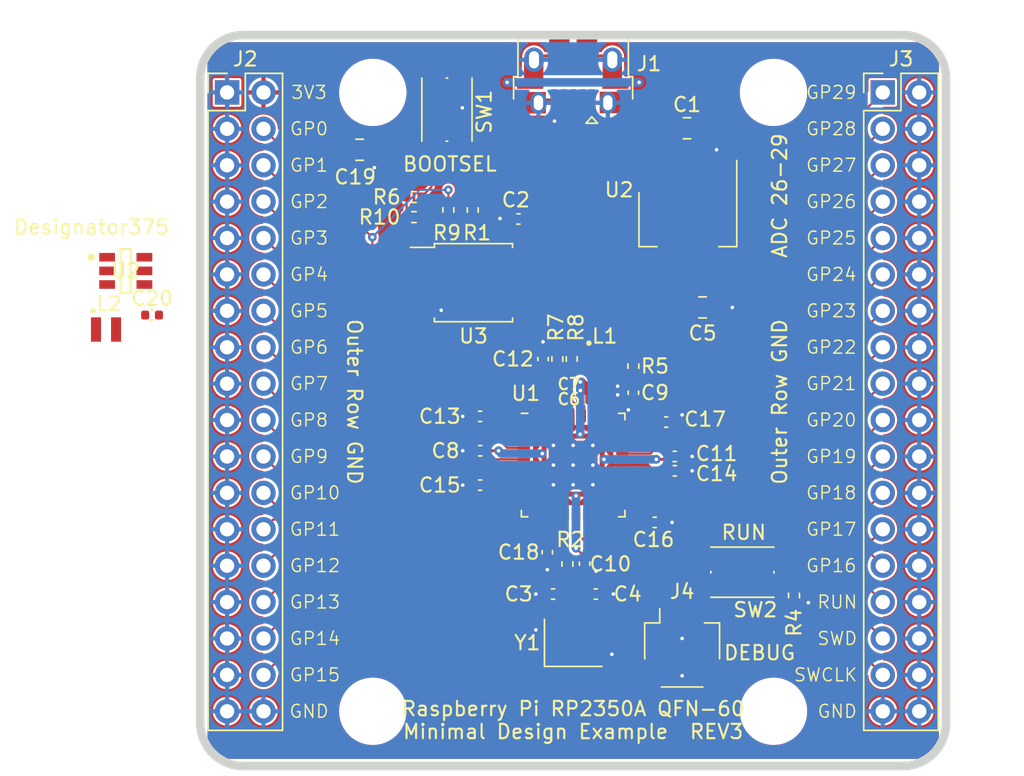
<source format=kicad_pcb>
(kicad_pcb (version 20241229) (generator "pcbnew") (generator_version "9.0")
  (title_block (title "RP2350A QFN-60 Minimal Design Example") (date "2024-07-04") (rev "REV3") (company "Raspberry Pi Ltd"))
  (layers (0 "F.Cu" signal) (2 "B.Cu" signal) (13 "F.Paste" user) (15 "B.Paste" user) (5 "F.SilkS" user "F.Silkscreen") (7 "B.SilkS" user "B.Silkscreen") (1 "F.Mask" user) (3 "B.Mask" user) (25 "Edge.Cuts" user))
  (net 0 "")
  (net 1 "GND")
  (net 2 "VBUS")
  (net 3 "/XIN")
  (net 4 "/XOUT")
  (net 5 "+3V3")
  (net 6 "+1V1")
  (net 8 "/~{USB_BOOT}")
  (net 9 "/GPIO15")
  (net 10 "/GPIO14")
  (net 11 "/GPIO13")
  (net 12 "/GPIO12")
  (net 13 "/GPIO11")
  (net 14 "/GPIO10")
  (net 15 "/GPIO9")
  (net 16 "/GPIO8")
  (net 17 "/GPIO7")
  (net 18 "/GPIO6")
  (net 19 "/GPIO5")
  (net 20 "/GPIO4")
  (net 21 "/GPIO3")
  (net 22 "/GPIO2")
  (net 23 "/GPIO1")
  (net 24 "/GPIO0")
  (net 25 "/GPIO29_ADC3")
  (net 26 "/GPIO28_ADC2")
  (net 27 "/GPIO27_ADC1")
  (net 28 "/GPIO26_ADC0")
  (net 29 "/GPIO25")
  (net 30 "/GPIO24")
  (net 31 "/GPIO23")
  (net 32 "/GPIO22")
  (net 33 "/GPIO21")
  (net 34 "/GPIO20")
  (net 35 "/GPIO19")
  (net 36 "/GPIO18")
  (net 37 "/GPIO17")
  (net 38 "/GPIO16")
  (net 39 "/RUN")
  (net 40 "/SWD")
  (net 41 "/SWCLK")
  (net 42 "/QSPI_SS")
  (net 43 "/QSPI_SD3")
  (net 44 "/QSPI_SCLK")
  (net 45 "/QSPI_SD0")
  (net 46 "/QSPI_SD2")
  (net 47 "/QSPI_SD1")
  (net 48 "/USB_D+")
  (net 49 "/USB_D-")
  (net 50 "Net-(C4-Pad1)")
  (net 51 "/VREG_LX")
  (net 52 "Net-(R4-Pad1)")
  (net 53 "/VREG_AVDD")
  (net 54 "Net-(U1-USB_DP)")
  (net 55 "Net-(U1-USB_DM)")
  (net 56 "/FLASH_SS")
  (net 57 "+24V")
  (net 58 "Net-(U2-CB)")
  (net 59 "Net-(U2-SW)")
  (footprint "Capacitor_SMD:C_0805_2012Metric" (layer "F.Cu") (at 109.025 89)
    (property "Reference" "C5")
    (property "Value" "10u")
  )
  (footprint "Connector_USB:USB_Micro-B_Amphenol_10103594-0001LF_Horizontal" (layer "F.Cu") (at 99.975 72.835 180)
    (property "Reference" "J1")
    (property "Value" "USB_B_Micro")
  )
  (footprint "Connector_PinHeader_2.54mm:PinHeader_2x18_P2.54mm_Vertical" (layer "F.Cu") (at 75.87 74)
    (property "Reference" "J2")
    (property "Value" "Conn_02x18_Odd_Even")
  )
  (footprint "Capacitor_SMD:C_0402_1005Metric" (layer "F.Cu") (at 93.515 101.4 180)
    (property "Reference" "C15")
    (property "Value" "100n")
  )
  (footprint "Capacitor_SMD:C_0402_1005Metric" (layer "F.Cu") (at 96.185 82.83 180)
    (property "Reference" "C2")
    (property "Value" "100n")
  )
  (footprint "Resistor_SMD:R_0402_1005Metric" (layer "F.Cu") (at 93 82.2 -90)
    (property "Reference" "R1")
    (property "Value" "DNF")
  )
  (footprint "Connector_PinHeader_2.54mm:PinHeader_2x18_P2.54mm_Vertical" (layer "F.Cu") (at 121.59 74)
    (property "Reference" "J3")
    (property "Value" "Conn_02x18_Odd_Even")
  )
  (footprint "Package_TO_SOT_SMD:SOT-223-3_TabPin2" (layer "F.Cu") (at 108 82.85 -90)
    (property "Reference" "U2")
    (property "Value" "NCP1117-3.3_SOT223")
  )
  (footprint "Package_SO:SOIC-8_5.23x5.23mm_P1.27mm" (layer "F.Cu") (at 93.05 87.275)
    (property "Reference" "U3")
    (property "Value" "W25Q128JVS")
  )
  (footprint "Capacitor_SMD:C_0402_1005Metric" (layer "F.Cu") (at 97.9 92.6 90)
    (property "Reference" "C12")
    (property "Value" "100n")
  )
  (footprint "Capacitor_SMD:C_0402_1005Metric" (layer "F.Cu") (at 107.085 100.4)
    (property "Reference" "C14")
    (property "Value" "100n")
  )
  (footprint "Capacitor_SMD:C_0402_1005Metric" (layer "F.Cu") (at 105.685 104)
    (property "Reference" "C16")
    (property "Value" "100n")
  )
  (footprint "Resistor_SMD:R_0402_1005Metric" (layer "F.Cu") (at 98.9 92.6 -90)
    (property "Reference" "R7")
    (property "Value" "27")
  )
  (footprint "Capacitor_SMD:C_0805_2012Metric" (layer "F.Cu") (at 107.9375 76.5)
    (property "Reference" "C1")
    (property "Value" "2u2")
  )
  (footprint "Capacitor_SMD:C_0402_1005Metric" (layer "F.Cu") (at 93.515 96.6 180)
    (property "Reference" "C13")
    (property "Value" "100n")
  )
  (footprint "MountingHole:MountingHole_2.7mm_M2.5" (layer "F.Cu") (at 113.97 74)
    (property "Reference" "H2" (hide yes))
    (property "Value" "MountingHole")
  )
  (footprint "Resistor_SMD:R_0402_1005Metric" (layer "F.Cu") (at 99.9 92.6 -90)
    (property "Reference" "R8")
    (property "Value" "27")
  )
  (footprint "MountingHole:MountingHole_2.7mm_M2.5" (layer "F.Cu") (at 113.97 117.18)
    (property "Reference" "H3" (hide yes))
    (property "Value" "MountingHole")
  )
  (footprint "Capacitor_SMD:C_0402_1005Metric" (layer "F.Cu") (at 106.485 97)
    (property "Reference" "C17")
    (property "Value" "100n")
  )
  (footprint "MountingHole:MountingHole_2.7mm_M2.5" (layer "F.Cu") (at 86.03 74)
    (property "Reference" "H1" (hide yes))
    (property "Value" "MountingHole")
  )
  (footprint "MountingHole:MountingHole_2.7mm_M2.5" (layer "F.Cu") (at 86.03 117.18)
    (property "Reference" "H4" (hide yes))
    (property "Value" "MountingHole")
  )
  (footprint "Capacitor_SMD:C_0805_2012Metric" (layer "F.Cu") (at 85.115 78)
    (property "Reference" "C19")
    (property "Value" "10u")
  )
  (footprint "RP2350_60QFN_minimal:C_0402_1005Metric_small_pads" (layer "F.Cu") (at 102 94.45)
    (property "Reference" "C7")
    (property "Value" "4.7u")
  )
  (footprint "RP2350_60QFN_minimal:L_pol_2016" (layer "F.Cu") (at 102 92.8)
    (property "Reference" "L1")
    (property "Value" "3.3u")
  )
  (footprint "footprints:DBV0006A-MFG" (layer "F.Cu") (at 68.805001 86.450001)
    (property "Reference" "U2")
    (property "Value" "LMR50410Y3FQDBVRQ1")
  )
  (footprint "Capacitor_SMD:C_0402_1005Metric" (layer "F.Cu") (at 104.2 94.95 -90)
    (property "Reference" "C9")
    (property "Value" "4.7u")
  )
  (footprint "Resistor_SMD:R_0402_1005Metric" (layer "F.Cu") (at 115.4 109.1 -90)
    (property "Reference" "R4")
    (property "Value" "1k")
  )
  (footprint "Button_Switch_SMD:SW_Push_1P1T_NO_Vertical_Wuerth_434133025816" (layer "F.Cu") (at 91.2 75.2 -90)
    (property "Reference" "SW1")
    (property "Value" "SW_Push")
  )
  (footprint "RP2350_60QFN_minimal:L_pol_2016" (layer "F.Cu") (at 67.43 90.541421)
    (property "Reference" "L2")
    (property "Value" "3.3u")
  )
  (footprint "Connector_JST:JST_SH_SM03B-SRSS-TB_1x03-1MP_P1.00mm_Horizontal" (layer "F.Cu") (at 107.6 112.8)
    (property "Reference" "J4")
    (property "Value" "SM03B-SRSS-TB")
  )
  (footprint "Resistor_SMD:R_0402_1005Metric" (layer "F.Cu") (at 104.2 93.1 -90)
    (property "Reference" "R5")
    (property "Value" "33")
  )
  (footprint "Resistor_SMD:R_0402_1005Metric" (layer "F.Cu") (at 91.3 82.2 -90)
    (property "Reference" "R9")
    (property "Value" "DNF")
  )
  (footprint "Crystal:Crystal_SMD_3225-4Pin_3.2x2.5mm" (layer "F.Cu") (at 100 112.4)
    (property "Reference" "Y1")
    (property "Value" "ABM8-272-T3")
  )
  (footprint "Resistor_SMD:R_0402_1005Metric" (layer "F.Cu") (at 99.6 106.9 -90)
    (property "Reference" "R2")
    (property "Value" "1k")
  )
  (footprint "Capacitor_SMD:C_0402_1005Metric" (layer "F.Cu") (at 100.8 106.88 -90)
    (property "Reference" "C10")
    (property "Value" "4.7u")
  )
  (footprint "Capacitor_SMD:C_0402_1005Metric" (layer "F.Cu") (at 98.6 109 180)
    (property "Reference" "C3")
    (property "Value" "15p")
  )
  (footprint "RP2350_60QFN_minimal:RP2350-QFN-60-1EP_7x7_P0.4mm_EP3.4x3.4mm_ThermalVias" (layer "F.Cu") (at 100 100)
    (property "Reference" "U1")
    (property "Value" "RP2350_60QFN")
  )
  (footprint "Capacitor_SMD:C_0402_1005Metric" (layer "F.Cu") (at 93.52 99 180)
    (property "Reference" "C8")
    (property "Value" "100n")
  )
  (footprint "Capacitor_SMD:C_0402_1005Metric" (layer "F.Cu") (at 70.64 89.535)
    (property "Reference" "C20")
    (property "Value" "u1")
  )
  (footprint "Resistor_SMD:R_0402_1005Metric" (layer "F.Cu") (at 88.9 82.7)
    (property "Reference" "R10")
    (property "Value" "0")
  )
  (footprint "Resistor_SMD:R_0402_1005Metric" (layer "F.Cu") (at 88.9 81.3)
    (property "Reference" "R6")
    (property "Value" "1k")
  )
  (footprint "Capacitor_SMD:C_0402_1005Metric" (layer "F.Cu") (at 98.2 106.08 -90)
    (property "Reference" "C18")
    (property "Value" "100n")
  )
  (footprint "RP2350_60QFN_minimal:C_0402_1005Metric_small_pads" (layer "F.Cu") (at 102 95.4)
    (property "Reference" "C6")
    (property "Value" "4.7u")
  )
  (footprint "Button_Switch_SMD:SW_Push_1P1T_NO_Vertical_Wuerth_434133025816" (layer "F.Cu") (at 111.8 107.475 180)
    (property "Reference" "SW2")
    (property "Value" "SW_Push")
  )
  (footprint "Capacitor_SMD:C_0402_1005Metric" (layer "F.Cu") (at 107.08 99.4)
    (property "Reference" "C11")
    (property "Value" "100n")
  )
  (footprint "Capacitor_SMD:C_0402_1005Metric" (layer "F.Cu") (at 101.58 109)
    (property "Reference" "C4")
    (property "Value" "15p")
  )
  (gr_line (start 123 121) (end 77 121) (stroke (width 0.6)) (layer "Edge.Cuts"))
  (gr_line (start 126 73) (end 126 118) (stroke (width 0.6)) (layer "Edge.Cuts"))
  (gr_line (start 77 70) (end 123 70) (stroke (width 0.6)) (layer "Edge.Cuts"))
  (gr_line (start 74 118) (end 74 73) (stroke (width 0.6)) (layer "Edge.Cuts"))
  (gr_arc (start 123 70) (mid 125.12132 70.87868) (end 126 73) (stroke (width 0.6)) (layer "Edge.Cuts"))
  (gr_arc (start 74 73) (mid 74.87868 70.87868) (end 77 70) (stroke (width 0.6)) (layer "Edge.Cuts"))
  (gr_arc (start 77 121) (mid 74.87868 120.12132) (end 74 118) (stroke (width 0.6)) (layer "Edge.Cuts"))
  (gr_arc (start 126 118) (mid 125.12132 120.12132) (end 123 121) (stroke (width 0.6)) (layer "Edge.Cuts"))
  (gr_text "GP1" (at 81.585 79.08 0) (layer "F.SilkS") (effects (font (size 0.9 0.9) (thickness 0.1))))
  (gr_text "GP2" (at 81.585 81.62 0) (layer "F.SilkS") (effects (font (size 0.9 0.9) (thickness 0.1))))
  (gr_text "GP3" (at 81.585 84.16 0) (layer "F.SilkS") (effects (font (size 0.9 0.9) (thickness 0.1))))
  (gr_text "GP4" (at 81.585 86.7 0) (layer "F.SilkS") (effects (font (size 0.9 0.9) (thickness 0.1))))
  (gr_text "GP5" (at 81.585 89.24 0) (layer "F.SilkS") (effects (font (size 0.9 0.9) (thickness 0.1))))
  (gr_text "GP6" (at 81.585 91.78 0) (layer "F.SilkS") (effects (font (size 0.9 0.9) (thickness 0.1))))
  (gr_text "GP7" (at 81.585 94.32 0) (layer "F.SilkS") (effects (font (size 0.9 0.9) (thickness 0.1))))
  (gr_text "GP8" (at 81.585 96.86 0) (layer "F.SilkS") (effects (font (size 0.9 0.9) (thickness 0.1))))
  (gr_text "GP9" (at 81.585 99.4 0) (layer "F.SilkS") (effects (font (size 0.9 0.9) (thickness 0.1))))
  (gr_text "GP11" (at 82 104.48 0) (layer "F.SilkS") (effects (font (size 0.9 0.9) (thickness 0.1))))
  (gr_text "GP10" (at 82 101.94 0) (layer "F.SilkS") (effects (font (size 0.9 0.9) (thickness 0.1))))
  (gr_text "GP12" (at 82 107.02 0) (layer "F.SilkS") (effects (font (size 0.9 0.9) (thickness 0.1))))
  (gr_text "GP13" (at 82 109.56 0) (layer "F.SilkS") (effects (font (size 0.9 0.9) (thickness 0.1))))
  (gr_text "GP15" (at 82 114.64 0) (layer "F.SilkS") (effects (font (size 0.9 0.9) (thickness 0.1))))
  (gr_text "GP14" (at 82 112.1 0) (layer "F.SilkS") (effects (font (size 0.9 0.9) (thickness 0.1))))
  (gr_text "GP28" (at 118 76.54 0) (layer "F.SilkS") (effects (font (size 0.9 0.9) (thickness 0.1))))
  (gr_text "GP27" (at 118 79.08 0) (layer "F.SilkS") (effects (font (size 0.9 0.9) (thickness 0.1))))
  (gr_text "GP26" (at 118 81.62 0) (layer "F.SilkS") (effects (font (size 0.9 0.9) (thickness 0.1))))
  (gr_text "GP25" (at 118 84.16 0) (layer "F.SilkS") (effects (font (size 0.9 0.9) (thickness 0.1))))
  (gr_text "GP24" (at 118 86.7 0) (layer "F.SilkS") (effects (font (size 0.9 0.9) (thickness 0.1))))
  (gr_text "GP23" (at 118 89.24 0) (layer "F.SilkS") (effects (font (size 0.9 0.9) (thickness 0.1))))
  (gr_text "GP21" (at 118 94.32 0) (layer "F.SilkS") (effects (font (size 0.9 0.9) (thickness 0.1))))
  (gr_text "GP20" (at 118 96.86 0) (layer "F.SilkS") (effects (font (size 0.9 0.9) (thickness 0.1))))
  (gr_text "GP19" (at 118 99.4 0) (layer "F.SilkS") (effects (font (size 0.9 0.9) (thickness 0.1))))
  (gr_text "GP17" (at 118 104.48 0) (layer "F.SilkS") (effects (font (size 0.9 0.9) (thickness 0.1))))
  (gr_text "GP22" (at 118 91.78 0) (layer "F.SilkS") (effects (font (size 0.9 0.9) (thickness 0.1))))
  (gr_text "GP18" (at 118 101.94 0) (layer "F.SilkS") (effects (font (size 0.9 0.9) (thickness 0.1))))
  (gr_text "SWCLK" (at 117.6 114.64 0) (layer "F.SilkS") (effects (font (size 0.9 0.9) (thickness 0.1))))
  (gr_text "SWD" (at 118.415 112.1 0) (layer "F.SilkS") (effects (font (size 0.9 0.9) (thickness 0.1))))
  (gr_text "GP16" (at 118 107.02 0) (layer "F.SilkS") (effects (font (size 0.9 0.9) (thickness 0.1))))
  (gr_text "RUN" (at 118.415 109.56 0) (layer "F.SilkS") (effects (font (size 0.9 0.9) (thickness 0.1))))
  (gr_text "GND" (at 81.585 117.18 0) (layer "F.SilkS") (effects (font (size 0.9 0.9) (thickness 0.1))))
  (gr_text "GND" (at 118.415 117.18 0) (layer "F.SilkS") (effects (font (size 0.9 0.9) (thickness 0.1))))
  (gr_text "GP29" (at 118 74 0) (layer "F.SilkS") (effects (font (size 0.9 0.9) (thickness 0.1))))
  (gr_text "Outer Row GND" (at 84.76 95.59 270) (layer "F.SilkS") (effects (font (size 1 1))))
  (gr_text "Outer Row GND" (at 114.4 95.59 90) (layer "F.SilkS") (effects (font (size 1 1))))
  (gr_text "Raspberry Pi RP2350A QFN-60" (at 100 117 0) (layer "F.SilkS") (effects (font (size 1 1))))
  (gr_text "BOOTSEL" (at 91.4 79 0) (layer "F.SilkS") (effects (font (size 1 1))))
  (gr_text "Minimal Design Example  REV3" (at 100 118.6 0) (layer "F.SilkS") (effects (font (size 1 1))))
  (gr_text "ADC 26-29" (at 114.4 81.2 90) (layer "F.SilkS") (effects (font (size 1 1))))
  (gr_text "RUN" (at 111.9 104.7 0) (layer "F.SilkS") (effects (font (size 1 1))))
  (gr_text "3V3" (at 81.585 74 0) (layer "F.SilkS") (effects (font (size 0.9 0.9) (thickness 0.1))))
  (gr_text "DEBUG" (at 113 113.1 0) (layer "F.SilkS") (effects (font (size 1 1))))
  (gr_text "GP0" (at 81.585 76.54 0) (layer "F.SilkS") (effects (font (size 0.9 0.9) (thickness 0.1))))
  (segment (start 97.9 91.4) (end 97.9 92.12) (width 0.15) (layer "F.Cu") (net 1))
  (segment (start 110.3 79.7) (end 110.3 78.3) (width 0.2) (layer "F.Cu") (net 1))
  (segment (start 98.12 109) (end 97.4 109) (width 0.2) (layer "F.Cu") (net 1))
  (segment (start 108.3 99.4) (end 107.56 99.4) (width 0.15) (layer "F.Cu") (net 1))
  (segment (start 102.8 109) (end 102.08 109) (width 0.15) (layer "F.Cu") (net 1))
  (segment (start 94.9 82.8) (end 95.375 82.8) (width 0.2) (layer "F.Cu") (net 1))
  (segment (start 108.875 76.875) (end 110 78) (width 0.2) (layer "F.Cu") (net 1))
  (segment (start 107.1 97) (end 106.96 97) (width 0.15) (layer "F.Cu") (net 1))
  (segment (start 107.575 114.675) (end 107.6 114.7) (width 0.15) (layer "F.Cu") (net 1))
  (segment (start 97.78 74.525) (end 97.575 74.73) (width 0.2) (layer "F.Cu") (net 1))
  (segment (start 110.05 89) (end 111.1 89) (width 0.2) (layer "F.Cu") (net 1))
  (segment (start 100.96 71.45) (end 102.46 71.45) (width 0.2) (layer "F.Cu") (net 1))
  (segment (start 107.6 110.8) (end 107.6 112.1) (width 0.15) (layer "F.Cu") (net 1))
  (segment (start 109.9 114.675) (end 107.625 114.675) (width 0.15) (layer "F.Cu") (net 1))
  (segment (start 108.3 100.4) (end 107.57 100.4) (width 0.15) (layer "F.Cu") (net 1))
  (segment (start 93.04 99) (end 92.3 99) (width 0.2) (layer "F.Cu") (net 1))
  (segment (start 115.4 109.61) (end 116.39 109.61) (width 0.15) (layer "F.Cu") (net 1))
  (segment (start 95.375 82.8) (end 95.405 82.83) (width 0.2) (layer "F.Cu") (net 1))
  (segment (start 104.2 95.43) (end 104.2 95.8) (width 0.4) (layer "F.Cu") (net 1))
  (segment (start 92.275 75.075) (end 92.275 73.125) (width 0.15) (layer "F.Cu") (net 1))
  (segment (start 98.7 74.6) (end 98.7 76) (width 0.2) (layer "F.Cu") (net 1))
  (segment (start 92.275 77.275) (end 92.275 73.125) (width 0.15) (layer "F.Cu") (net 1))
  (segment (start 98.2 106.56) (end 98.2 107.3) (width 0.15) (layer "F.Cu") (net 1))
  (segment (start 97.54 71.45) (end 97.27 71.72) (width 0.2) (layer "F.Cu") (net 1))
  (segment (start 89.45 89.18) (end 90.78 89.18) (width 0.2) (layer "F.Cu") (net 1))
  (segment (start 107.625 114.675) (end 107.6 114.7) (width 0.15) (layer "F.Cu") (net 1))
  (segment (start 105.3 114.675) (end 107.575 114.675) (width 0.15) (layer "F.Cu") (net 1))
  (segment (start 102.46 71.45) (end 102.73 71.72) (width 0.2) (layer "F.Cu") (net 1))
  (segment (start 100.8 107.36) (end 101.56 107.36) (width 0.15) (layer "F.Cu") (net 1))
  (segment (start 98.7 74.525) (end 97.78 74.525) (width 0.2) (layer "F.Cu") (net 1))
  (segment (start 107.6 96.5) (end 107.1 97) (width 0.15) (layer "F.Cu") (net 1))
  (segment (start 101.56 107.36) (end 101.6 107.4) (width 0.15) (layer "F.Cu") (net 1))
  (segment (start 108.875 76.5) (end 108.875 76.875) (width 0.2) (layer "F.Cu") (net 1))
  (segment (start 104.2 95.8) (end 103.85 96.15) (width 0.4) (layer "F.Cu") (net 1))
  (segment (start 110.3 78.3) (end 110 78) (width 0.2) (layer "F.Cu") (net 1))
  (segment (start 95.405 82.83) (end 95.7 82.83) (width 0.2) (layer "F.Cu") (net 1))
  (segment (start 93.03 96.6) (end 92.3 96.6) (width 0.2) (layer "F.Cu") (net 1))
  (segment (start 93.03 101.4) (end 92.3 101.4) (width 0.2) (layer "F.Cu") (net 1))
  (segment (start 106.9 104) (end 106.17 104) (width 0.15) (layer "F.Cu") (net 1))
  (segment (start 90.78 89.18) (end 90.8 89.2) (width 0.2) (layer "F.Cu") (net 1))
  (segment (start 99.04 71.45) (end 97.54 71.45) (width 0.2) (layer "F.Cu") (net 1))
  (segment (start 86.14 78) (end 86.14 79.25) (width 0.15) (layer "F.Cu") (net 1))
  (segment (start 116.39 109.61) (end 116.4 109.6) (width 0.15) (layer "F.Cu") (net 1))
  (via (at 97.4 111.5) (size 0.6) (drill 0.25) (layers "F.Cu" "B.Cu") (net 1))
  (via (at 103.1 95.1) (size 0.6) (drill 0.25) (layers "F.Cu" "B.Cu") (net 1))
  (via (at 107.6 112.1) (size 0.6) (drill 0.25) (layers "F.Cu" "B.Cu") (net 1))
  (via (at 94.9 82.8) (size 0.6) (drill 0.25) (layers "F.Cu" "B.Cu") (net 1))
  (via (at 97.9 91.4) (size 0.6) (drill 0.25) (layers "F.Cu" "B.Cu") (net 1))
  (via (at 98.2 107.3) (size 0.6) (drill 0.25) (layers "F.Cu" "B.Cu") (net 1))
  (via (at 110 78) (size 0.6) (drill 0.25) (layers "F.Cu" "B.Cu") (net 1))
  (via (at 116.4 109.6) (size 0.6) (drill 0.25) (layers "F.Cu" "B.Cu") (net 1))
  (via (at 107.6 114.7) (size 0.6) (drill 0.25) (layers "F.Cu" "B.Cu") (net 1))
  (via (at 101.6 107.4) (size 0.6) (drill 0.25) (layers "F.Cu" "B.Cu") (net 1))
  (via (at 86.14 79.25) (size 0.6) (drill 0.25) (layers "F.Cu" "B.Cu") (net 1))
  (via (at 90.8 89.2) (size 0.6) (drill 0.25) (layers "F.Cu" "B.Cu") (net 1))
  (via (at 92.3 99) (size 0.6) (drill 0.25) (layers "F.Cu" "B.Cu") (net 1))
  (via (at 111.1 89) (size 0.6) (drill 0.25) (layers "F.Cu" "B.Cu") (net 1))
  (via (at 102.8 109) (size 0.6) (drill 0.25) (layers "F.Cu" "B.Cu") (net 1))
  (via (at 103.85 96.15) (size 0.6) (drill 0.25) (layers "F.Cu" "B.Cu") (net 1))
  (via (at 106.9 104) (size 0.6) (drill 0.25) (layers "F.Cu" "B.Cu") (net 1))
  (via (at 108.3 100.4) (size 0.6) (drill 0.25) (layers "F.Cu" "B.Cu") (net 1))
  (via (at 98.7 76) (size 0.6) (drill 0.25) (layers "F.Cu" "B.Cu") (net 1))
  (via (at 107.6 96.5) (size 0.6) (drill 0.25) (layers "F.Cu" "B.Cu") (net 1))
  (via (at 102.7 113.2) (size 0.6) (drill 0.25) (layers "F.Cu" "B.Cu") (net 1))
  (via (at 108.3 99.4) (size 0.6) (drill 0.25) (layers "F.Cu" "B.Cu") (net 1))
  (via (at 92.3 96.6) (size 0.6) (drill 0.25) (layers "F.Cu" "B.Cu") (net 1))
  (via (at 103.1 94.5) (size 0.6) (drill 0.25) (layers "F.Cu" "B.Cu") (net 1))
  (via (at 97.4 109) (size 0.6) (drill 0.25) (layers "F.Cu" "B.Cu") (net 1))
  (via (at 92.3 101.4) (size 0.6) (drill 0.25) (layers "F.Cu" "B.Cu") (net 1))
  (via (at 92.275 75.075) (size 0.6) (drill 0.25) (layers "F.Cu" "B.Cu") (net 1))
  (segment (start 101.3 75.5) (end 102.1 76.3) (width 0.4) (layer "F.Cu") (net 2))
  (segment (start 101.3 74.525) (end 101.3 75.5) (width 0.4) (layer "F.Cu") (net 2))
  (segment (start 99.2 105.4) (end 99 105.6) (width 0.15) (layer "F.Cu") (net 3))
  (segment (start 99.9 109.82) (end 99.9 112.3) (width 0.15) (layer "F.Cu") (net 3))
  (segment (start 98.95 113.25) (end 98.7 113.25) (width 0.15) (layer "F.Cu") (net 3))
  (segment (start 99.2 103.4375) (end 99.2 105.4) (width 0.15) (layer "F.Cu") (net 3))
  (segment (start 99 105.6) (end 99 108.92) (width 0.15) (layer "F.Cu") (net 3))
  (segment (start 99 108.92) (end 99.9 109.82) (width 0.15) (layer "F.Cu") (net 3))
  (segment (start 99.9 112.3) (end 98.95 113.25) (width 0.15) (layer "F.Cu") (net 3))
  (segment (start 99.6 103.4375) (end 99.6 106.4) (width 0.15) (layer "F.Cu") (net 4))
  (segment (start 98.2 105.6) (end 97.5 106.3) (width 0.2) (layer "F.Cu") (net 5))
  (segment (start 98.2 105.2) (end 98.2 105.6) (width 0.2) (layer "F.Cu") (net 5))
  (segment (start 106.005 97) (end 106.005 96.605) (width 0.15) (layer "F.Cu") (net 5))
  (segment (start 102.8 103.4375) (end 102.8 103.003554) (width 0.2) (layer "F.Cu") (net 5))
  (segment (start 105.2 104) (end 104.2 104) (width 0.2) (layer "F.Cu") (net 5))
  (segment (start 102.75 102.953554) (end 102.75 102.925736) (width 0.2) (layer "F.Cu") (net 5))
  (segment (start 96.65 85.37) (end 96.65 82.85) (width 0.2) (layer "F.Cu") (net 5))
  (segment (start 103.4375 100) (end 105.2 100) (width 0.2) (layer "F.Cu") (net 5))
  (segment (start 100 96.5625) (end 100 96.1) (width 0.15) (layer "F.Cu") (net 5))
  (segment (start 102.8 103.003554) (end 102.75 102.953554) (width 0.2) (layer "F.Cu") (net 5))
  (segment (start 103.4375 97.6) (end 104.6 97.6) (width 0.15) (layer "F.Cu") (net 5))
  (segment (start 97.9 94) (end 97.9 93.08) (width 0.15) (layer "F.Cu") (net 5))
  (segment (start 97.4 101.2) (end 94.2 101.2) (width 0.2) (layer "F.Cu") (net 5))
  (segment (start 99.6 96.5625) (end 99.6 95.7) (width 0.15) (layer "F.Cu") (net 5))
  (segment (start 96.65 82.85) (end 96.67 82.83) (width 0.2) (layer "F.Cu") (net 5))
  (segment (start 98.8 104.6) (end 98.2 105.2) (width 0.2) (layer "F.Cu") (net 5))
  (segment (start 104.2 104) (end 103.6375 103.4375) (width 0.2) (layer "F.Cu") (net 5))
  (segment (start 104.6 97.6) (end 105.2 97) (width 0.15) (layer "F.Cu") (net 5))
  (segment (start 94.2 101.2) (end 94 101.4) (width 0.2) (layer "F.Cu") (net 5))
  (segment (start 106.005 96.605) (end 106 96.6) (width 0.15) (layer "F.Cu") (net 5))
  (segment (start 100 97.3) (end 100 96.5625) (width 0.2) (layer "F.Cu") (net 5))
  (segment (start 99.6 96.5625) (end 99.6 97.3) (width 0.2) (layer "F.Cu") (net 5))
  (segment (start 103.4375 100) (end 102.6 100) (width 0.2) (layer "F.Cu") (net 5))
  (segment (start 102.75 102.925736) (end 102.424264 102.6) (width 0.2) (layer "F.Cu") (net 5))
  (segment (start 99.6 97.3) (end 100 97.3) (width 0.2) (layer "F.Cu") (net 5))
  (segment (start 99.6 95.7) (end 97.9 94) (width 0.15) (layer "F.Cu") (net 5))
  (segment (start 98.8 103.4375) (end 98.8 104.6) (width 0.2) (layer "F.Cu") (net 5))
  (segment (start 105.6 100.4) (end 106.6 100.4) (width 0.2) (layer "F.Cu") (net 5))
  (segment (start 105.2 97) (end 106 97) (width 0.15) (layer "F.Cu") (net 5))
  (segment (start 103.6375 103.4375) (end 102.8 103.4375) (width 0.2) (layer "F.Cu") (net 5))
  (segment (start 105.2 100) (end 105.6 100.4) (width 0.2) (layer "F.Cu") (net 5))
  (segment (start 100 96.1) (end 99.6 95.7) (width 0.15) (layer "F.Cu") (net 5))
  (segment (start 98.8 103.4375) (end 98.8 102.6) (width 0.2) (layer "F.Cu") (net 5))
  (via (at 95.4 73.3) (size 0.6) (drill 0.25) (layers "F.Cu" "B.Cu") (net 5))
  (via (at 104.6 73.3) (size 0.6) (drill 0.25) (layers "F.Cu" "B.Cu") (net 5))
  (segment (start 95.4 73.3) (end 104.6 73.3) (width 0.6) (layer "B.Cu") (net 5))
  (segment (start 100 103.4375) (end 100 105.1) (width 0.2) (layer "F.Cu") (net 6))
  (segment (start 101.175 95.875) (end 100.925 95.625) (width 0.15) (layer "F.Cu") (net 6))
  (segment (start 100.925 95.625) (end 100.925 94.875) (width 0.15) (layer "F.Cu") (net 6))
  (segment (start 105.8 99.6) (end 103.4375 99.6) (width 0.2) (layer "F.Cu") (net 6))
  (segment (start 105.8 99.6) (end 106.4 99.6) (width 0.2) (layer "F.Cu") (net 6))
  (segment (start 100.2 105.8) (end 100.8 106.4) (width 0.15) (layer "F.Cu") (net 6))
  (segment (start 100.2 105.3) (end 100.2 105.8) (width 0.2) (layer "F.Cu") (net 6))
  (segment (start 101.175 96.5375) (end 101.175 95.875) (width 0.15) (layer "F.Cu") (net 6))
  (segment (start 95 99.2) (end 94.8 99) (width 0.2) (layer "F.Cu") (net 6))
  (segment (start 106.4 99.6) (end 106.6 99.4) (width 0.2) (layer "F.Cu") (net 6))
  (segment (start 96.5625 99.2) (end 95 99.2) (width 0.2) (layer "F.Cu") (net 6))
  (segment (start 94 99) (end 94.8 99) (width 0.2) (layer "F.Cu") (net 6))
  (segment (start 101.2 96.5625) (end 101.175 96.5375) (width 0.15) (layer "F.Cu") (net 6))
  (segment (start 100 105.1) (end 100.2 105.3) (width 0.2) (layer "F.Cu") (net 6))
  (via (at 100.48777 97.8505) (size 0.6) (drill 0.25) (layers "F.Cu" "B.Cu") (net 6))
  (via (at 105.8 99.6) (size 0.6) (drill 0.25) (layers "F.Cu" "B.Cu") (net 6))
  (via (at 94.8 99) (size 0.6) (drill 0.25) (layers "F.Cu" "B.Cu") (net 6))
  (via (at 100.5 94.2) (size 0.6) (drill 0.25) (layers "F.Cu" "B.Cu") (net 6))
  (via (at 100.2 102.1495) (size 0.6) (drill 0.25) (layers "F.Cu" "B.Cu") (net 6))
  (via (at 97.8505 99.2) (size 0.6) (drill 0.25) (layers "F.Cu" "B.Cu") (net 6))
  (via (at 100.2 105.8) (size 0.6) (drill 0.25) (layers "F.Cu" "B.Cu") (net 6))
  (via (at 100.5 94.8) (size 0.6) (drill 0.25) (layers "F.Cu" "B.Cu") (net 6))
  (via (at 102.1495 99.6) (size 0.6) (drill 0.25) (layers "F.Cu" "B.Cu") (net 6))
  (segment (start 100.5 97.83827) (end 100.5 94.2) (width 0.6) (layer "B.Cu") (net 6))
  (segment (start 95 99.2) (end 94.8 99) (width 0.6) (layer "B.Cu") (net 6))
  (segment (start 100.2 102.1495) (end 100.2 105.8) (width 0.6) (layer "B.Cu") (net 6))
  (segment (start 100.48777 97.8505) (end 100.5 97.83827) (width 0.6) (layer "B.Cu") (net 6))
  (segment (start 97.8505 99.2) (end 95 99.2) (width 0.6) (layer "B.Cu") (net 6))
  (segment (start 105.8 99.6) (end 102.1495 99.6) (width 0.6) (layer "B.Cu") (net 6))
  (segment (start 90.125 77.25) (end 90.125 73.125) (width 0.15) (layer "F.Cu") (net 8))
  (segment (start 89.41 81.3) (end 90.125 80.585) (width 0.15) (layer "F.Cu") (net 8))
  (segment (start 90.125 80.585) (end 90.125 77.25) (width 0.15) (layer "F.Cu") (net 8))
  (segment (start 96.6 106.2) (end 86.85 106.2) (width 0.15) (layer "F.Cu") (net 9))
  (segment (start 86.85 106.2) (end 78.41 114.64) (width 0.15) (layer "F.Cu") (net 9))
  (segment (start 98.4 104.4) (end 96.6 106.2) (width 0.15) (layer "F.Cu") (net 9))
  (segment (start 98.4 103.4375) (end 98.4 104.4) (width 0.15) (layer "F.Cu") (net 9))
  (segment (start 84.91 105.6) (end 78.41 112.1) (width 0.15) (layer "F.Cu") (net 10))
  (segment (start 96.6 105.6) (end 84.91 105.6) (width 0.15) (layer "F.Cu") (net 10))
  (segment (start 98 103.4375) (end 98 104.2) (width 0.15) (layer "F.Cu") (net 10))
  (segment (start 98 104.2) (end 96.6 105.6) (width 0.15) (layer "F.Cu") (net 10))
  (segment (start 97.6 104.031954) (end 96.631954 105) (width 0.15) (layer "F.Cu") (net 11))
  (segment (start 82.97 105) (end 78.41 109.56) (width 0.15) (layer "F.Cu") (net 11))
  (segment (start 96.631954 105) (end 82.97 105) (width 0.15) (layer "F.Cu") (net 11))
  (segment (start 97.6 103.4375) (end 97.6 104.031954) (width 0.15) (layer "F.Cu") (net 11))
  (segment (start 97.2 103.8) (end 96.6 104.4) (width 0.15) (layer "F.Cu") (net 12))
  (segment (start 96.6 104.4) (end 81.03 104.4) (width 0.15) (layer "F.Cu") (net 12))
  (segment (start 97.2 103.4375) (end 97.2 103.8) (width 0.15) (layer "F.Cu") (net 12))
  (segment (start 81.03 104.4) (end 78.41 107.02) (width 0.15) (layer "F.Cu") (net 12))
  (segment (start 96.5625 102.8) (end 96 102.8) (width 0.15) (layer "F.Cu") (net 13))
  (segment (start 95 103.8) (end 79.09 103.8) (width 0.15) (layer "F.Cu") (net 13))
  (segment (start 96 102.8) (end 95 103.8) (width 0.15) (layer "F.Cu") (net 13))
  (segment (start 79.09 103.8) (end 78.41 104.48) (width 0.15) (layer "F.Cu") (net 13))
  (segment (start 95.6 102.4) (end 94.8 103.2) (width 0.15) (layer "F.Cu") (net 14))
  (segment (start 79.67 103.2) (end 78.41 101.94) (width 0.15) (layer "F.Cu") (net 14))
  (segment (start 96.5625 102.4) (end 95.6 102.4) (width 0.15) (layer "F.Cu") (net 14))
  (segment (start 94.8 103.2) (end 79.67 103.2) (width 0.15) (layer "F.Cu") (net 14))
  (segment (start 95.2 102) (end 94.6 102.6) (width 0.15) (layer "F.Cu") (net 15))
  (segment (start 81.61 102.6) (end 78.41 99.4) (width 0.15) (layer "F.Cu") (net 15))
  (segment (start 96.5625 102) (end 95.2 102) (width 0.15) (layer "F.Cu") (net 15))
  (segment (start 94.6 102.6) (end 81.61 102.6) (width 0.15) (layer "F.Cu") (net 15))
  (segment (start 83.55 102) (end 78.41 96.86) (width 0.15) (layer "F.Cu") (net 16))
  (segment (start 94.4 102) (end 83.55 102) (width 0.15) (layer "F.Cu") (net 16))
  (segment (start 96.5625 101.6) (end 94.8 101.6) (width 0.15) (layer "F.Cu") (net 16))
  (segment (start 94.8 101.6) (end 94.4 102) (width 0.15) (layer "F.Cu") (net 16))
  (segment (start 84.89 100.8) (end 78.41 94.32) (width 0.15) (layer "F.Cu") (net 17))
  (segment (start 96.5625 100.8) (end 84.89 100.8) (width 0.15) (layer "F.Cu") (net 17))
  (segment (start 96.5625 100.4) (end 87.215 100.4) (width 0.15) (layer "F.Cu") (net 18))
  (segment (start 87.215 100.4) (end 78.595 91.78) (width 0.15) (layer "F.Cu") (net 18))
  (segment (start 78.595 91.78) (end 78.41 91.78) (width 0.15) (layer "F.Cu") (net 18))
  (segment (start 88 100) (end 81 93) (width 0.15) (layer "F.Cu") (net 19))
  (segment (start 81 93) (end 81 91.83) (width 0.15) (layer "F.Cu") (net 19))
  (segment (start 96.5625 100) (end 88 100) (width 0.15) (layer "F.Cu") (net 19))
  (segment (start 81 91.83) (end 78.41 89.24) (width 0.15) (layer "F.Cu") (net 19))
  (segment (start 82 90.29) (end 78.41 86.7) (width 0.15) (layer "F.Cu") (net 20))
  (segment (start 96.5625 99.6) (end 88.8 99.6) (width 0.15) (layer "F.Cu") (net 20))
  (segment (start 88.8 99.6) (end 82 92.8) (width 0.15) (layer "F.Cu") (net 20))
  (segment (start 82 92.8) (end 82 90.29) (width 0.15) (layer "F.Cu") (net 20))
  (segment (start 88.8 98.4) (end 83 92.6) (width 0.15) (layer "F.Cu") (net 21))
  (segment (start 83 92.6) (end 83 88.7325) (width 0.15) (layer "F.Cu") (net 21))
  (segment (start 96.5625 98.8) (end 95.4 98.8) (width 0.15) (layer "F.Cu") (net 21))
  (segment (start 95.4 98.8) (end 95 98.4) (width 0.15) (layer "F.Cu") (net 21))
  (segment (start 83 88.7325) (end 78.4275 84.16) (width 0.15) (layer "F.Cu") (net 21))
  (segment (start 78.4275 84.16) (end 78.41 84.16) (width 0.15) (layer "F.Cu") (net 21))
  (segment (start 95 98.4) (end 88.8 98.4) (width 0.15) (layer "F.Cu") (net 21))
  (segment (start 96.5625 98.4) (end 95.621891 98.4) (width 0.15) (layer "F.Cu") (net 22))
  (segment (start 84 87.1925) (end 78.4275 81.62) (width 0.15) (layer "F.Cu") (net 22))
  (segment (start 89.6 98) (end 84 92.4) (width 0.15) (layer "F.Cu") (net 22))
  (segment (start 84 92.4) (end 84 87.1925) (width 0.15) (layer "F.Cu") (net 22))
  (segment (start 95.621891 98.4) (end 95.221891 98) (width 0.15) (layer "F.Cu") (net 22))
  (segment (start 95.221891 98) (end 89.6 98) (width 0.15) (layer "F.Cu") (net 22))
  (segment (start 78.4275 81.62) (end 78.41 81.62) (width 0.15) (layer "F.Cu") (net 22))
  (segment (start 85 92.2) (end 85 85.6525) (width 0.15) (layer "F.Cu") (net 23))
  (segment (start 78.4275 79.08) (end 78.41 79.08) (width 0.15) (layer "F.Cu") (net 23))
  (segment (start 90.4 97.6) (end 85 92.2) (width 0.15) (layer "F.Cu") (net 23))
  (segment (start 95.4 97.6) (end 90.4 97.6) (width 0.15) (layer "F.Cu") (net 23))
  (segment (start 95.8 98) (end 95.4 97.6) (width 0.15) (layer "F.Cu") (net 23))
  (segment (start 85 85.6525) (end 78.4275 79.08) (width 0.15) (layer "F.Cu") (net 23))
  (segment (start 96.5625 98) (end 95.8 98) (width 0.15) (layer "F.Cu") (net 23))
  (segment (start 96.5625 97.6) (end 96 97.6) (width 0.15) (layer "F.Cu") (net 24))
  (segment (start 91.3 81.69) (end 91.3 80.8) (width 0.15) (layer "F.Cu") (net 24))
  (segment (start 95.6 97.2) (end 91.2 97.2) (width 0.15) (layer "F.Cu") (net 24))
  (segment (start 91.2 97.2) (end 86 92) (width 0.15) (layer "F.Cu") (net 24))
  (segment (start 86 84.13) (end 78.41 76.54) (width 0.15) (layer "F.Cu") (net 24))
  (segment (start 86 92) (end 86 84.13) (width 0.15) (layer "F.Cu") (net 24))
  (segment (start 96 97.6) (end 95.6 97.2) (width 0.15) (layer "F.Cu") (net 24))
  (via (at 91.3 80.8) (size 0.6) (drill 0.25) (layers "F.Cu" "B.Cu") (net 24))
  (via (at 86 84.1) (size 0.6) (drill 0.25) (layers "F.Cu" "B.Cu") (net 24))
  (segment (start 89.3 80.8) (end 91.3 80.8) (width 0.15) (layer "B.Cu") (net 24))
  (segment (start 86 84.1) (end 89.3 80.8) (width 0.15) (layer "B.Cu") (net 24))
  (segment (start 105.2 97.6) (end 107.4225 97.6) (width 0.15) (layer "F.Cu") (net 25))
  (segment (start 103.4375 98) (end 104.8 98) (width 0.15) (layer "F.Cu") (net 25))
  (segment (start 121.58125 74) (end 121.59 74) (width 0.15) (layer "F.Cu") (net 25))
  (segment (start 112.2 83.38125) (end 121.58125 74) (width 0.15) (layer "F.Cu") (net 25))
  (segment (start 112.2 92.8225) (end 112.2 83.38125) (width 0.15) (layer "F.Cu") (net 25))
  (segment (start 107.4225 97.6) (end 112.2 92.8225) (width 0.15) (layer "F.Cu") (net 25))
  (segment (start 104.8 98) (end 105.2 97.6) (width 0.15) (layer "F.Cu") (net 25))
  (segment (start 105.4 98) (end 108.2 98) (width 0.15) (layer "F.Cu") (net 26))
  (segment (start 103.4375 98.4) (end 105 98.4) (width 0.15) (layer "F.Cu") (net 26))
  (segment (start 113.2 93) (end 113.2 84.93) (width 0.15) (layer "F.Cu") (net 26))
  (segment (start 108.2 98) (end 113.2 93) (width 0.15) (layer "F.Cu") (net 26))
  (segment (start 105 98.4) (end 105.4 98) (width 0.15) (layer "F.Cu") (net 26))
  (segment (start 113.2 84.93) (end 121.59 76.54) (width 0.15) (layer "F.Cu") (net 26))
  (segment (start 108.9925 98.4) (end 114.2 93.1925) (width 0.15) (layer "F.Cu") (net 27))
  (segment (start 105.2 98.8) (end 105.6 98.4) (width 0.15) (layer "F.Cu") (net 27))
  (segment (start 103.4375 98.8) (end 105.2 98.8) (width 0.15) (layer "F.Cu") (net 27))
  (segment (start 114.2 93.1925) (end 114.2 86.47) (width 0.15) (layer "F.Cu") (net 27))
  (segment (start 114.2 86.47) (end 121.59 79.08) (width 0.15) (layer "F.Cu") (net 27))
  (segment (start 105.6 98.4) (end 108.9925 98.4) (width 0.15) (layer "F.Cu") (net 27))
  (segment (start 115.2 88.01) (end 121.59 81.62) (width 0.15) (layer "F.Cu") (net 28))
  (segment (start 115.2 93.4) (end 115.2 88.01) (width 0.15) (layer "F.Cu") (net 28))
  (segment (start 105.8 98.8) (end 109.8 98.8) (width 0.15) (layer "F.Cu") (net 28))
  (segment (start 103.4375 99.2) (end 105.4 99.2) (width 0.15) (layer "F.Cu") (net 28))
  (segment (start 109.8 98.8) (end 115.2 93.4) (width 0.15) (layer "F.Cu") (net 28))
  (segment (start 105.4 99.2) (end 105.8 98.8) (width 0.15) (layer "F.Cu") (net 28))
  (segment (start 105 100.4) (end 105.6 101) (width 0.15) (layer "F.Cu") (net 29))
  (segment (start 108.8 101) (end 116.2 93.6) (width 0.15) (layer "F.Cu") (net 29))
  (segment (start 103.4375 100.4) (end 105 100.4) (width 0.15) (layer "F.Cu") (net 29))
  (segment (start 116.2 93.6) (end 116.2 89.55) (width 0.15) (layer "F.Cu") (net 29))
  (segment (start 105.6 101) (end 108.8 101) (width 0.15) (layer "F.Cu") (net 29))
  (segment (start 116.2 89.55) (end 121.59 84.16) (width 0.15) (layer "F.Cu") (net 29))
  (segment (start 117.2 93.7975) (end 117.2 91.09) (width 0.15) (layer "F.Cu") (net 30))
  (segment (start 109.5975 101.4) (end 117.2 93.7975) (width 0.15) (layer "F.Cu") (net 30))
  (segment (start 103.4375 100.8) (end 104.8 100.8) (width 0.15) (layer "F.Cu") (net 30))
  (segment (start 105.4 101.4) (end 109.5975 101.4) (width 0.15) (layer "F.Cu") (net 30))
  (segment (start 117.2 91.09) (end 121.59 86.7) (width 0.15) (layer "F.Cu") (net 30))
  (segment (start 104.8 100.8) (end 105.4 101.4) (width 0.15) (layer "F.Cu") (net 30))
  (segment (start 104.6 101.2) (end 103.4375 101.2) (width 0.15) (layer "F.Cu") (net 31))
  (segment (start 118.2 92.63) (end 118.2 93.995781) (width 0.15) (layer "F.Cu") (net 31))
  (segment (start 118.2 93.995781) (end 110.395781 101.8) (width 0.15) (layer "F.Cu") (net 31))
  (segment (start 110.395781 101.8) (end 105.2 101.8) (width 0.15) (layer "F.Cu") (net 31))
  (segment (start 121.59 89.24) (end 118.2 92.63) (width 0.15) (layer "F.Cu") (net 31))
  (segment (start 105.2 101.8) (end 104.6 101.2) (width 0.15) (layer "F.Cu") (net 31))
  (segment (start 104.4 101.6) (end 105 102.2) (width 0.15) (layer "F.Cu") (net 32))
  (segment (start 103.4375 101.6) (end 104.4 101.6) (width 0.15) (layer "F.Cu") (net 32))
  (segment (start 111.185 102.2) (end 121.59 91.795) (width 0.15) (layer "F.Cu") (net 32))
  (segment (start 121.59 91.795) (end 121.59 91.78) (width 0.15) (layer "F.Cu") (net 32))
  (segment (start 105 102.2) (end 111.185 102.2) (width 0.15) (layer "F.Cu") (net 32))
  (segment (start 103.4375 102) (end 104.2 102) (width 0.15) (layer "F.Cu") (net 33))
  (segment (start 113.31 102.6) (end 121.59 94.32) (width 0.15) (layer "F.Cu") (net 33))
  (segment (start 104.8 102.6) (end 113.31 102.6) (width 0.15) (layer "F.Cu") (net 33))
  (segment (start 104.2 102) (end 104.8 102.6) (width 0.15) (layer "F.Cu") (net 33))
  (segment (start 103.95 102.4) (end 104.55 103) (width 0.15) (layer "F.Cu") (net 34))
  (segment (start 104.55 103) (end 115.45 103) (width 0.15) (layer "F.Cu") (net 34))
  (segment (start 103.4375 102.4) (end 103.95 102.4) (width 0.15) (layer "F.Cu") (net 34))
  (segment (start 115.45 103) (end 121.59 96.86) (width 0.15) (layer "F.Cu") (net 34))
  (segment (start 104.4 103.4) (end 117.59 103.4) (width 0.15) (layer "F.Cu") (net 35))
  (segment (start 103.8 102.8) (end 104.4 103.4) (width 0.15) (layer "F.Cu") (net 35))
  (segment (start 103.4375 102.8) (end 103.8 102.8) (width 0.15) (layer "F.Cu") (net 35))
  (segment (start 117.59 103.4) (end 121.59 99.4) (width 0.15) (layer "F.Cu") (net 35))
  (segment (start 102.4 103.9) (end 102.4 103.4375) (width 0.15) (layer "F.Cu") (net 36))
  (segment (start 103.1 104.6) (end 102.4 103.9) (width 0.15) (layer "F.Cu") (net 36))
  (segment (start 121.59 101.94) (end 118.93 104.6) (width 0.15) (layer "F.Cu") (net 36))
  (segment (start 118.93 104.6) (end 103.1 104.6) (width 0.15) (layer "F.Cu") (net 36))
  (segment (start 102 104.1) (end 103.1 105.2) (width 0.15) (layer "F.Cu") (net 37))
  (segment (start 120.87 105.2) (end 121.59 104.48) (width 0.15) (layer "F.Cu") (net 37))
  (segment (start 102 103.4375) (end 102 104.1) (width 0.15) (layer "F.Cu") (net 37))
  (segment (start 103.1 105.2) (end 120.87 105.2) (width 0.15) (layer "F.Cu") (net 37))
  (segment (start 120.37 105.8) (end 103.1 105.8) (width 0.15) (layer "F.Cu") (net 38))
  (segment (start 101.6 104.3) (end 101.6 103.4375) (width 0.15) (layer "F.Cu") (net 38))
  (segment (start 121.59 107.02) (end 120.37 105.8) (width 0.15) (layer "F.Cu") (net 38))
  (segment (start 103.1 105.8) (end 101.6 104.3) (width 0.15) (layer "F.Cu") (net 38))
  (segment (start 103.1 106.4) (end 101.2 104.5) (width 0.15) (layer "F.Cu") (net 39))
  (segment (start 101.2 104.5) (end 101.2 103.4375) (width 0.15) (layer "F.Cu") (net 39))
  (segment (start 118.43 106.4) (end 103.1 106.4) (width 0.15) (layer "F.Cu") (net 39))
  (segment (start 121.59 109.56) (end 118.43 106.4) (width 0.15) (layer "F.Cu") (net 39))
  (segment (start 120.29 110.8) (end 121.59 112.1) (width 0.15) (layer "F.Cu") (net 40))
  (segment (start 105.202665 107) (end 103.1 107) (width 0.15) (layer "F.Cu") (net 40))
  (segment (start 100.8 104.7) (end 100.8 103.4375) (width 0.15) (layer "F.Cu") (net 40))
  (segment (start 108.6 110.397335) (end 105.202665 107) (width 0.15) (layer "F.Cu") (net 40))
  (segment (start 103.1 107) (end 100.8 104.7) (width 0.15) (layer "F.Cu") (net 40))
  (segment (start 108.6 110.8) (end 108.6 110.397335) (width 0.15) (layer "F.Cu") (net 40))
  (segment (start 108.6 110.8) (end 120.29 110.8) (width 0.15) (layer "F.Cu") (net 40))
  (segment (start 107.3 112.9) (end 119.85 112.9) (width 0.15) (layer "F.Cu") (net 41))
  (segment (start 106.6 110.8) (end 106.6 110.3) (width 0.15) (layer "F.Cu") (net 41))
  (segment (start 106.6 110.8) (end 106.6 112.2) (width 0.15) (layer "F.Cu") (net 41))
  (segment (start 103.9 107.6) (end 103.1 107.6) (width 0.15) (layer "F.Cu") (net 41))
  (segment (start 106.6 110.3) (end 103.9 107.6) (width 0.15) (layer "F.Cu") (net 41))
  (segment (start 100.4 104.9) (end 100.4 103.4375) (width 0.15) (layer "F.Cu") (net 41))
  (segment (start 119.85 112.9) (end 121.59 114.64) (width 0.15) (layer "F.Cu") (net 41))
  (segment (start 106.6 112.2) (end 107.3 112.9) (width 0.15) (layer "F.Cu") (net 41))
  (segment (start 103.1 107.6) (end 100.4 104.9) (width 0.15) (layer "F.Cu") (net 41))
  (segment (start 97.2 96.3) (end 95.9 95) (width 0.15) (layer "F.Cu") (net 42))
  (segment (start 95.9 95) (end 92.6 95) (width 0.15) (layer "F.Cu") (net 42))
  (segment (start 87.6 90) (end 87.6 83.49) (width 0.15) (layer "F.Cu") (net 42))
  (segment (start 97.2 96.5625) (end 97.2 96.3) (width 0.15) (layer "F.Cu") (net 42))
  (segment (start 92.6 95) (end 87.6 90) (width 0.15) (layer "F.Cu") (net 42))
  (segment (start 87.6 83.49) (end 88.39 82.7) (width 0.15) (layer "F.Cu") (net 42))
  (segment (start 88.39 82.7) (end 88.39 81.3) (width 0.15) (layer "F.Cu") (net 42))
  (segment (start 96.8 91.5) (end 98.2 90.1) (width 0.15) (layer "F.Cu") (net 43))
  (segment (start 97.24 86.64) (end 96.65 86.64) (width 0.15) (layer "F.Cu") (net 43))
  (segment (start 99.2 96.5625) (end 99.2 95.8) (width 0.15) (layer "F.Cu") (net 43))
  (segment (start 99.2 95.8) (end 96.8 93.4) (width 0.15) (layer "F.Cu") (net 43))
  (segment (start 98.2 90.1) (end 98.2 87.6) (width 0.15) (layer "F.Cu") (net 43))
  (segment (start 96.8 93.4) (end 96.8 91.5) (width 0.15) (layer "F.Cu") (net 43))
  (segment (start 98.2 87.6) (end 97.24 86.64) (width 0.15) (layer "F.Cu") (net 43))
  (segment (start 98.8 96.5625) (end 98.8 95.9) (width 0.15) (layer "F.Cu") (net 44))
  (segment (start 97.8 88.5) (end 97.21 87.91) (width 0.15) (layer "F.Cu") (net 44))
  (segment (start 97.21 87.91) (end 96.65 87.91) (width 0.15) (layer "F.Cu") (net 44))
  (segment (start 97.8 89.8) (end 97.8 88.5) (width 0.15) (layer "F.Cu") (net 44))
  (segment (start 96.4 91.2) (end 97.8 89.8) (width 0.15) (layer "F.Cu") (net 44))
  (segment (start 96.4 93.5) (end 96.4 91.2) (width 0.15) (layer "F.Cu") (net 44))
  (segment (start 98.8 95.9) (end 96.4 93.5) (width 0.15) (layer "F.Cu") (net 44))
  (segment (start 96 89.83) (end 96.65 89.18) (width 0.15) (layer "F.Cu") (net 45))
  (segment (start 98.4 96) (end 96 93.6) (width 0.15) (layer "F.Cu") (net 45))
  (segment (start 96 93.6) (end 96 89.83) (width 0.15) (layer "F.Cu") (net 45))
  (segment (start 98.4 96.5625) (end 98.4 96) (width 0.15) (layer "F.Cu") (net 45))
  (segment (start 98 96.1) (end 91.6 89.7) (width 0.15) (layer "F.Cu") (net 46))
  (segment (start 98 96.5625) (end 98 96.1) (width 0.15) (layer "F.Cu") (net 46))
  (segment (start 91.6 89.7) (end 91.6 88.6) (width 0.15) (layer "F.Cu") (net 46))
  (segment (start 90.91 87.91) (end 89.45 87.91) (width 0.15) (layer "F.Cu") (net 46))
  (segment (start 91.6 88.6) (end 90.91 87.91) (width 0.15) (layer "F.Cu") (net 46))
  (segment (start 88.96 86.64) (end 89.45 86.64) (width 0.15) (layer "F.Cu") (net 47))
  (segment (start 88 87.6) (end 88.96 86.64) (width 0.15) (layer "F.Cu") (net 47))
  (segment (start 88 89.75) (end 88 87.6) (width 0.15) (layer "F.Cu") (net 47))
  (segment (start 96.063908 94.6) (end 92.85 94.6) (width 0.15) (layer "F.Cu") (net 47))
  (segment (start 97.6 96.5625) (end 97.6 96.136092) (width 0.15) (layer "F.Cu") (net 47))
  (segment (start 97.6 96.136092) (end 96.063908 94.6) (width 0.15) (layer "F.Cu") (net 47))
  (segment (start 92.85 94.6) (end 88 89.75) (width 0.15) (layer "F.Cu") (net 47))
  (segment (start 100 75.8) (end 99.725 76.075) (width 0.4) (layer "F.Cu") (net 48))
  (segment (start 99.725 86.875) (end 99.725 76.4) (width 0.8) (layer "F.Cu") (net 48))
  (segment (start 100 74.525) (end 100 75.8) (width 0.4) (layer "F.Cu") (net 48))
  (segment (start 98.925 92.095) (end 98.925 87.675) (width 0.8) (layer "F.Cu") (net 48))
  (segment (start 98.925 87.675) (end 99.725 86.875) (width 0.8) (layer "F.Cu") (net 48))
  (segment (start 99.725 76.075) (end 99.725 76.4) (width 0.4) (layer "F.Cu") (net 48))
  (segment (start 99.9 88.043502) (end 99.9 92.12) (width 0.8) (layer "F.Cu") (net 49))
  (segment (start 100.65 76.375) (end 100.675 76.4) (width 0.4) (layer "F.Cu") (net 49))
  (segment (start 100.675 87.268502) (end 99.9 88.043502) (width 0.8) (layer "F.Cu") (net 49))
  (segment (start 100.675 76.4) (end 100.675 87.268502) (width 0.8) (layer "F.Cu") (net 49))
  (segment (start 100.65 74.525) (end 100.65 76.375) (width 0.4) (layer "F.Cu") (net 49))
  (segment (start 100.4 109.5125) (end 100.4 111.05) (width 0.15) (layer "F.Cu") (net 50))
  (segment (start 100.9125 109) (end 100.4 109.5125) (width 0.15) (layer "F.Cu") (net 50))
  (segment (start 99.6 107.37) (end 99.6 107.49) (width 0.15) (layer "F.Cu") (net 50))
  (segment (start 101.11 109) (end 100.9125 109) (width 0.15) (layer "F.Cu") (net 50))
  (segment (start 99.6 107.49) (end 101.11 109) (width 0.15) (layer "F.Cu") (net 50))
  (segment (start 100.4 111.05) (end 100.9 111.55) (width 0.15) (layer "F.Cu") (net 50))
  (segment (start 113.875 108.55) (end 109.725 108.55) (width 0.15) (layer "F.Cu") (net 52))
  (segment (start 113.875 108.55) (end 115.36 108.55) (width 0.15) (layer "F.Cu") (net 52))
  (segment (start 115.36 108.55) (end 115.4 108.59) (width 0.15) (layer "F.Cu") (net 52))
  (segment (start 103.64 95.56) (end 103.64 95.03) (width 0.15) (layer "F.Cu") (net 53))
  (segment (start 104.2 94.47) (end 104.2 93.61) (width 0.2) (layer "F.Cu") (net 53))
  (segment (start 103.64 95.03) (end 104.2 94.47) (width 0.15) (layer "F.Cu") (net 53))
  (segment (start 102.8 96.4) (end 103.64 95.56) (width 0.15) (layer "F.Cu") (net 53))
  (segment (start 102.8 96.5625) (end 102.8 96.4) (width 0.2) (layer "F.Cu") (net 53))
  (segment (start 100.4 96) (end 100.4 96.5625) (width 0.15) (layer "F.Cu") (net 54))
  (segment (start 98.9 93.08) (end 98.9 94.5) (width 0.15) (layer "F.Cu") (net 54))
  (segment (start 98.9 94.5) (end 100.4 96) (width 0.15) (layer "F.Cu") (net 54))
  (segment (start 100.8 96.5625) (end 100.775 96.5375) (width 0.15) (layer "F.Cu") (net 55))
  (segment (start 100.775 96.5375) (end 100.775 95.899264) (width 0.15) (layer "F.Cu") (net 55))
  (segment (start 100.775 95.899264) (end 99.9 95.024264) (width 0.15) (layer "F.Cu") (net 55))
  (segment (start 99.9 95.024264) (end 99.9 93.08) (width 0.15) (layer "F.Cu") (net 55))
  (segment (start 89.45 85.37) (end 88.93 85.37) (width 0.15) (layer "F.Cu") (net 56))
  (segment (start 89.41 82.7) (end 89.41 85.33) (width 0.15) (layer "F.Cu") (net 56))
  (segment (start 91.3 82.71) (end 93 82.71) (width 0.15) (layer "F.Cu") (net 56))
  (segment (start 91.29 82.7) (end 91.3 82.71) (width 0.15) (layer "F.Cu") (net 56))
  (segment (start 89.41 82.7) (end 91.29 82.7) (width 0.15) (layer "F.Cu") (net 56))
  (segment (start 89.41 85.33) (end 89.45 85.37) (width 0.15) (layer "F.Cu") (net 56))
  (zone (net 57) (net_name "+24V") (layer "F.Cu") (priority 2) (connect_pads (clearance 0.2)) (min_thickness 0.25) (fill yes (thermal_gap 0.508) (thermal_bridge_width 0.508))
    (polygon (pts (xy 108 78) (xy 106.1 78) (xy 106.1 81.6) (xy 101.6 81.6) (xy 101.6 75.8) (xy 104.3 75.8) (xy 104.3 75) (xy 108 75)))
  )
  (zone (net 5) (net_name "+3V3") (layer "F.Cu") (priority 1) (connect_pads yes (clearance 0.15)) (min_thickness 0.15) (fill yes (thermal_gap 0.508) (thermal_bridge_width 0.508))
    (polygon (pts (xy 102.8 102.8) (xy 97.2 102.8) (xy 97.2 97.2) (xy 102.8 97.2)))
  )
  (zone (net 5) (net_name "+3V3") (layer "F.Cu") (connect_pads (clearance 0.15)) (min_thickness 0.15) (fill yes (thermal_gap 0.3) (thermal_bridge_width 0.3))
    (polygon (pts (xy 125.5 120.5) (xy 74.5 120.5) (xy 74.5 70.5) (xy 125.5 70.5)))
    (polygon (pts (xy 120.32 74) (xy 111.4 82.89) (xy 111.4 92.415) (xy 106.999649 96.8) (xy 105.1 96.8) (xy 104.5 97.4) (xy 102.9 97.4) (xy 102.8 97.5) (xy 102.8 97.8) (xy 92.8 97.8) (xy 86.4 91.4) (xy 86.4 83.2) (xy 79.8 76.6) (xy 78.41 76.6) (xy 78.41 114.64) (xy 79.68 114.64) (xy 87.32535 106.99465) (xy 96.599822 107.000178) (xy 98 105.6) (xy 98.2 105.6) (xy 98.2 108.4) (xy 114 108.4) (xy 120.32 114.64) (xy 121.59 114.64) (xy 121.59 74)))
    (polygon (pts (xy 98.8 76.2) (xy 98.8 85.2) (xy 89.4 85.2) (xy 89.4 82.6) (xy 88 82.6) (xy 87.2 83.4) (xy 87.2 90.4) (xy 92.2 95.4) (xy 95.6 95.4) (xy 97.4 97.2) (xy 102.7 97.2) (xy 103.75 96.15) (xy 103.75 91.15) (xy 101.6 91.15) (xy 101.6 76.2)))
  )
  (zone (net 1) (net_name "GND") (layer "F.Cu") (priority 1) (connect_pads (clearance 0.2)) (min_thickness 0.2) (fill yes (thermal_gap 0.3) (thermal_bridge_width 0.3))
    (polygon (pts (xy 97.2 108) (xy 102.8 108) (xy 103.2 108.4) (xy 103.2 114.7) (xy 96.8 114.7) (xy 96.8 108.4)))
  )
  (zone (net 5) (net_name "+3V3") (layer "F.Cu") (priority 7) (connect_pads yes (clearance 0.15)) (min_thickness 0.15) (fill yes (thermal_gap 0.5) (thermal_bridge_width 0.5))
    (polygon (pts (xy 101.5 97.3) (xy 101.5 95.95) (xy 101.25 95.7) (xy 101.25 95.15) (xy 101.7 95.15) (xy 101.7 97.3)))
  )
  (zone (net 1) (net_name "GND") (layer "F.Cu") (priority 4) (connect_pads yes (clearance 0.15)) (min_thickness 0.15) (fill yes (thermal_gap 0.5) (thermal_bridge_width 0.5))
    (polygon (pts (xy 102.3 96.85) (xy 102.3 95.15) (xy 102.45 95.15) (xy 102.45 94.7) (xy 102.3 94.7) (xy 102.3 94.2) (xy 103.1 94.2) (xy 103.4 94.5) (xy 103.4 95.25) (xy 102.5 96.15) (xy 102.5 96.85)))
  )
  (zone (net 6) (net_name "+1V1") (layer "F.Cu") (priority 3) (connect_pads (clearance 0.15)) (min_thickness 0.2) (fill yes (thermal_gap 0.3) (thermal_bridge_width 0.3))
    (polygon (pts (xy 102.2 102.2) (xy 97.8 102.2) (xy 97.8 97.8) (xy 102.2 97.8)))
  )
  (zone (net 51) (net_name "/VREG_LX") (layer "F.Cu") (priority 5) (connect_pads yes (clearance 0.15)) (min_thickness 0.15) (fill yes (thermal_gap 0.5) (thermal_bridge_width 0.5))
    (polygon (pts (xy 101.9 96.85) (xy 101.9 96.05) (xy 101.85 96) (xy 101.85 93.85) (xy 102.35 93.35) (xy 102.35 91.95) (xy 103.05 91.95) (xy 103.05 93.65) (xy 102.75 93.95) (xy 102.3 93.95) (xy 102.15 94.1) (xy 102.15 96) (xy 102.1 96.05) (xy 102.1 96.85)))
  )
  (zone (net 6) (net_name "+1V1") (layer "F.Cu") (priority 6) (connect_pads yes (clearance 0.15)) (min_thickness 0.15) (fill yes (thermal_gap 0.5) (thermal_bridge_width 0.5))
    (polygon (pts (xy 101.65 94.7) (xy 101.65 93.325) (xy 101.65 91.95) (xy 100.95 91.95) (xy 100.95 93.8) (xy 101.25 94.1) (xy 101.25 94.25) (xy 101.05 94.25) (xy 100.7 93.9) (xy 100.5 93.9) (xy 100.2 94.2) (xy 100.2 94.8) (xy 100.5 95.1) (xy 101 95.1) (xy 101 94.9) (xy 101.55 94.9) (xy 101.55 94.7)))
  )
  (zone (net 1) (net_name "GND") (layer "B.Cu") (connect_pads (clearance 0.2)) (min_thickness 0.2) (fill yes (thermal_gap 0.3) (thermal_bridge_width 0.3))
    (polygon (pts (xy 125.5 120.5) (xy 74.5 120.5) (xy 74.5 70.5) (xy 125.5 70.5)))
  )
)
</source>
